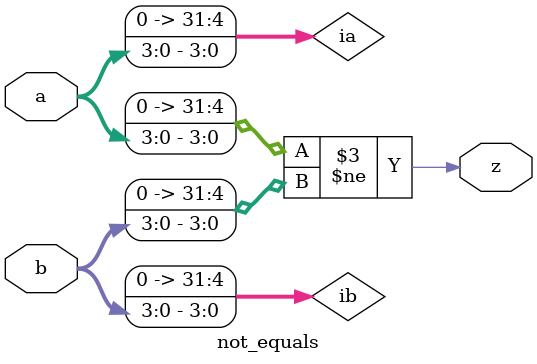
<source format=v>

module not_equals (a, b, z);
  input [3:0] a, b;
  output z;

  integer ia, ib;

  always @(a)
   ia = a;

  always @(b)
   ib = b;

  assign z = ia != ib;
endmodule

</source>
